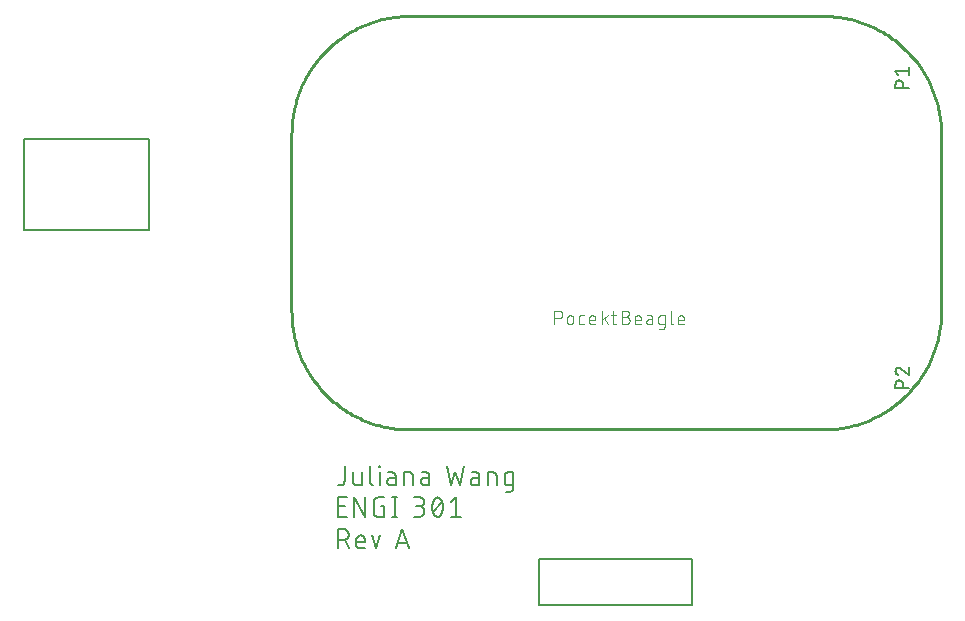
<source format=gbr>
G04 EAGLE Gerber RS-274X export*
G75*
%MOMM*%
%FSLAX34Y34*%
%LPD*%
%INSilkscreen Top*%
%IPPOS*%
%AMOC8*
5,1,8,0,0,1.08239X$1,22.5*%
G01*
%ADD10C,0.152400*%
%ADD11C,0.254000*%
%ADD12C,0.101600*%


D10*
X376181Y120358D02*
X376181Y107714D01*
X376180Y107714D02*
X376178Y107596D01*
X376172Y107478D01*
X376163Y107360D01*
X376149Y107243D01*
X376132Y107126D01*
X376111Y107009D01*
X376086Y106894D01*
X376057Y106779D01*
X376024Y106665D01*
X375988Y106553D01*
X375948Y106442D01*
X375905Y106332D01*
X375858Y106223D01*
X375808Y106116D01*
X375753Y106011D01*
X375696Y105908D01*
X375635Y105807D01*
X375571Y105707D01*
X375504Y105610D01*
X375434Y105515D01*
X375360Y105423D01*
X375284Y105332D01*
X375204Y105245D01*
X375122Y105160D01*
X375037Y105078D01*
X374950Y104998D01*
X374859Y104922D01*
X374767Y104848D01*
X374672Y104778D01*
X374575Y104711D01*
X374475Y104647D01*
X374374Y104586D01*
X374271Y104529D01*
X374166Y104474D01*
X374059Y104424D01*
X373950Y104377D01*
X373840Y104334D01*
X373729Y104294D01*
X373617Y104258D01*
X373503Y104225D01*
X373388Y104196D01*
X373273Y104171D01*
X373156Y104150D01*
X373039Y104133D01*
X372922Y104119D01*
X372804Y104110D01*
X372686Y104104D01*
X372568Y104102D01*
X370762Y104102D01*
X383630Y106811D02*
X383630Y114939D01*
X383630Y106811D02*
X383632Y106710D01*
X383638Y106609D01*
X383647Y106508D01*
X383660Y106407D01*
X383677Y106307D01*
X383698Y106208D01*
X383722Y106110D01*
X383750Y106013D01*
X383782Y105916D01*
X383817Y105821D01*
X383856Y105728D01*
X383898Y105636D01*
X383944Y105545D01*
X383993Y105457D01*
X384045Y105370D01*
X384101Y105285D01*
X384159Y105202D01*
X384221Y105122D01*
X384286Y105044D01*
X384353Y104968D01*
X384423Y104895D01*
X384496Y104825D01*
X384572Y104758D01*
X384650Y104693D01*
X384730Y104631D01*
X384813Y104573D01*
X384898Y104517D01*
X384985Y104465D01*
X385073Y104416D01*
X385164Y104370D01*
X385256Y104328D01*
X385349Y104289D01*
X385444Y104254D01*
X385541Y104222D01*
X385638Y104194D01*
X385736Y104170D01*
X385835Y104149D01*
X385935Y104132D01*
X386036Y104119D01*
X386137Y104110D01*
X386238Y104104D01*
X386339Y104102D01*
X390855Y104102D01*
X390855Y114939D01*
X397935Y120358D02*
X397935Y106811D01*
X397937Y106710D01*
X397943Y106609D01*
X397952Y106508D01*
X397965Y106407D01*
X397982Y106307D01*
X398003Y106208D01*
X398027Y106110D01*
X398055Y106013D01*
X398087Y105916D01*
X398122Y105821D01*
X398161Y105728D01*
X398203Y105636D01*
X398249Y105545D01*
X398298Y105457D01*
X398350Y105370D01*
X398406Y105285D01*
X398464Y105202D01*
X398526Y105122D01*
X398591Y105044D01*
X398658Y104968D01*
X398728Y104895D01*
X398801Y104825D01*
X398877Y104758D01*
X398955Y104693D01*
X399035Y104631D01*
X399118Y104573D01*
X399203Y104517D01*
X399290Y104465D01*
X399378Y104416D01*
X399469Y104370D01*
X399561Y104328D01*
X399654Y104289D01*
X399749Y104254D01*
X399846Y104222D01*
X399943Y104194D01*
X400041Y104170D01*
X400140Y104149D01*
X400240Y104132D01*
X400341Y104119D01*
X400442Y104110D01*
X400543Y104104D01*
X400644Y104102D01*
X406000Y104102D02*
X406000Y114939D01*
X405548Y119455D02*
X405548Y120358D01*
X406451Y120358D01*
X406451Y119455D01*
X405548Y119455D01*
X415375Y110424D02*
X419439Y110424D01*
X415375Y110424D02*
X415263Y110422D01*
X415152Y110416D01*
X415041Y110406D01*
X414930Y110393D01*
X414820Y110375D01*
X414711Y110353D01*
X414602Y110328D01*
X414494Y110299D01*
X414388Y110266D01*
X414282Y110229D01*
X414178Y110189D01*
X414076Y110145D01*
X413975Y110097D01*
X413876Y110046D01*
X413778Y109991D01*
X413683Y109933D01*
X413590Y109872D01*
X413499Y109807D01*
X413410Y109739D01*
X413324Y109668D01*
X413241Y109595D01*
X413160Y109518D01*
X413081Y109438D01*
X413006Y109356D01*
X412934Y109271D01*
X412864Y109184D01*
X412798Y109094D01*
X412735Y109002D01*
X412675Y108907D01*
X412619Y108811D01*
X412566Y108713D01*
X412517Y108613D01*
X412471Y108511D01*
X412429Y108408D01*
X412390Y108303D01*
X412355Y108197D01*
X412324Y108090D01*
X412297Y107982D01*
X412273Y107873D01*
X412254Y107763D01*
X412238Y107653D01*
X412226Y107542D01*
X412218Y107430D01*
X412214Y107319D01*
X412214Y107207D01*
X412218Y107096D01*
X412226Y106984D01*
X412238Y106873D01*
X412254Y106763D01*
X412273Y106653D01*
X412297Y106544D01*
X412324Y106436D01*
X412355Y106329D01*
X412390Y106223D01*
X412429Y106118D01*
X412471Y106015D01*
X412517Y105913D01*
X412566Y105813D01*
X412619Y105715D01*
X412675Y105619D01*
X412735Y105524D01*
X412798Y105432D01*
X412864Y105342D01*
X412934Y105255D01*
X413006Y105170D01*
X413081Y105088D01*
X413160Y105008D01*
X413241Y104931D01*
X413324Y104858D01*
X413410Y104787D01*
X413499Y104719D01*
X413590Y104654D01*
X413683Y104593D01*
X413778Y104535D01*
X413876Y104480D01*
X413975Y104429D01*
X414076Y104381D01*
X414178Y104337D01*
X414282Y104297D01*
X414388Y104260D01*
X414494Y104227D01*
X414602Y104198D01*
X414711Y104173D01*
X414820Y104151D01*
X414930Y104133D01*
X415041Y104120D01*
X415152Y104110D01*
X415263Y104104D01*
X415375Y104102D01*
X419439Y104102D01*
X419439Y112230D01*
X419438Y112230D02*
X419436Y112331D01*
X419430Y112432D01*
X419421Y112533D01*
X419408Y112634D01*
X419391Y112734D01*
X419370Y112833D01*
X419346Y112931D01*
X419318Y113028D01*
X419286Y113125D01*
X419251Y113220D01*
X419212Y113313D01*
X419170Y113405D01*
X419124Y113496D01*
X419075Y113585D01*
X419023Y113671D01*
X418967Y113756D01*
X418909Y113839D01*
X418847Y113919D01*
X418782Y113997D01*
X418715Y114073D01*
X418645Y114146D01*
X418572Y114216D01*
X418496Y114283D01*
X418418Y114348D01*
X418338Y114410D01*
X418255Y114468D01*
X418170Y114524D01*
X418084Y114576D01*
X417995Y114625D01*
X417904Y114671D01*
X417812Y114713D01*
X417719Y114752D01*
X417624Y114787D01*
X417527Y114819D01*
X417430Y114847D01*
X417332Y114871D01*
X417233Y114892D01*
X417133Y114909D01*
X417032Y114922D01*
X416931Y114931D01*
X416830Y114937D01*
X416729Y114939D01*
X413117Y114939D01*
X426876Y114939D02*
X426876Y104102D01*
X426876Y114939D02*
X431392Y114939D01*
X431496Y114937D01*
X431599Y114931D01*
X431703Y114921D01*
X431806Y114907D01*
X431908Y114889D01*
X432009Y114868D01*
X432110Y114842D01*
X432209Y114813D01*
X432308Y114780D01*
X432405Y114743D01*
X432500Y114702D01*
X432594Y114658D01*
X432686Y114610D01*
X432776Y114559D01*
X432865Y114504D01*
X432951Y114446D01*
X433034Y114384D01*
X433116Y114320D01*
X433194Y114252D01*
X433270Y114182D01*
X433344Y114109D01*
X433414Y114032D01*
X433482Y113954D01*
X433546Y113872D01*
X433608Y113789D01*
X433666Y113703D01*
X433721Y113614D01*
X433772Y113524D01*
X433820Y113432D01*
X433864Y113338D01*
X433905Y113243D01*
X433942Y113146D01*
X433975Y113047D01*
X434004Y112948D01*
X434030Y112847D01*
X434051Y112746D01*
X434069Y112644D01*
X434083Y112541D01*
X434093Y112437D01*
X434099Y112334D01*
X434101Y112230D01*
X434101Y104102D01*
X444032Y110424D02*
X448096Y110424D01*
X444032Y110424D02*
X443920Y110422D01*
X443809Y110416D01*
X443698Y110406D01*
X443587Y110393D01*
X443477Y110375D01*
X443368Y110353D01*
X443259Y110328D01*
X443151Y110299D01*
X443045Y110266D01*
X442939Y110229D01*
X442835Y110189D01*
X442733Y110145D01*
X442632Y110097D01*
X442533Y110046D01*
X442435Y109991D01*
X442340Y109933D01*
X442247Y109872D01*
X442156Y109807D01*
X442067Y109739D01*
X441981Y109668D01*
X441898Y109595D01*
X441817Y109518D01*
X441738Y109438D01*
X441663Y109356D01*
X441591Y109271D01*
X441521Y109184D01*
X441455Y109094D01*
X441392Y109002D01*
X441332Y108907D01*
X441276Y108811D01*
X441223Y108713D01*
X441174Y108613D01*
X441128Y108511D01*
X441086Y108408D01*
X441047Y108303D01*
X441012Y108197D01*
X440981Y108090D01*
X440954Y107982D01*
X440930Y107873D01*
X440911Y107763D01*
X440895Y107653D01*
X440883Y107542D01*
X440875Y107430D01*
X440871Y107319D01*
X440871Y107207D01*
X440875Y107096D01*
X440883Y106984D01*
X440895Y106873D01*
X440911Y106763D01*
X440930Y106653D01*
X440954Y106544D01*
X440981Y106436D01*
X441012Y106329D01*
X441047Y106223D01*
X441086Y106118D01*
X441128Y106015D01*
X441174Y105913D01*
X441223Y105813D01*
X441276Y105715D01*
X441332Y105619D01*
X441392Y105524D01*
X441455Y105432D01*
X441521Y105342D01*
X441591Y105255D01*
X441663Y105170D01*
X441738Y105088D01*
X441817Y105008D01*
X441898Y104931D01*
X441981Y104858D01*
X442067Y104787D01*
X442156Y104719D01*
X442247Y104654D01*
X442340Y104593D01*
X442435Y104535D01*
X442533Y104480D01*
X442632Y104429D01*
X442733Y104381D01*
X442835Y104337D01*
X442939Y104297D01*
X443045Y104260D01*
X443151Y104227D01*
X443259Y104198D01*
X443368Y104173D01*
X443477Y104151D01*
X443587Y104133D01*
X443698Y104120D01*
X443809Y104110D01*
X443920Y104104D01*
X444032Y104102D01*
X448096Y104102D01*
X448096Y112230D01*
X448095Y112230D02*
X448093Y112331D01*
X448087Y112432D01*
X448078Y112533D01*
X448065Y112634D01*
X448048Y112734D01*
X448027Y112833D01*
X448003Y112931D01*
X447975Y113028D01*
X447943Y113125D01*
X447908Y113220D01*
X447869Y113313D01*
X447827Y113405D01*
X447781Y113496D01*
X447732Y113585D01*
X447680Y113671D01*
X447624Y113756D01*
X447566Y113839D01*
X447504Y113919D01*
X447439Y113997D01*
X447372Y114073D01*
X447302Y114146D01*
X447229Y114216D01*
X447153Y114283D01*
X447075Y114348D01*
X446995Y114410D01*
X446912Y114468D01*
X446827Y114524D01*
X446741Y114576D01*
X446652Y114625D01*
X446561Y114671D01*
X446469Y114713D01*
X446376Y114752D01*
X446281Y114787D01*
X446184Y114819D01*
X446087Y114847D01*
X445989Y114871D01*
X445890Y114892D01*
X445790Y114909D01*
X445689Y114922D01*
X445588Y114931D01*
X445487Y114937D01*
X445386Y114939D01*
X441774Y114939D01*
X462863Y120358D02*
X466475Y104102D01*
X470088Y114939D01*
X473700Y104102D01*
X477313Y120358D01*
X486236Y110424D02*
X490300Y110424D01*
X486236Y110424D02*
X486124Y110422D01*
X486013Y110416D01*
X485902Y110406D01*
X485791Y110393D01*
X485681Y110375D01*
X485572Y110353D01*
X485463Y110328D01*
X485355Y110299D01*
X485249Y110266D01*
X485143Y110229D01*
X485039Y110189D01*
X484937Y110145D01*
X484836Y110097D01*
X484737Y110046D01*
X484639Y109991D01*
X484544Y109933D01*
X484451Y109872D01*
X484360Y109807D01*
X484271Y109739D01*
X484185Y109668D01*
X484102Y109595D01*
X484021Y109518D01*
X483942Y109438D01*
X483867Y109356D01*
X483795Y109271D01*
X483725Y109184D01*
X483659Y109094D01*
X483596Y109002D01*
X483536Y108907D01*
X483480Y108811D01*
X483427Y108713D01*
X483378Y108613D01*
X483332Y108511D01*
X483290Y108408D01*
X483251Y108303D01*
X483216Y108197D01*
X483185Y108090D01*
X483158Y107982D01*
X483134Y107873D01*
X483115Y107763D01*
X483099Y107653D01*
X483087Y107542D01*
X483079Y107430D01*
X483075Y107319D01*
X483075Y107207D01*
X483079Y107096D01*
X483087Y106984D01*
X483099Y106873D01*
X483115Y106763D01*
X483134Y106653D01*
X483158Y106544D01*
X483185Y106436D01*
X483216Y106329D01*
X483251Y106223D01*
X483290Y106118D01*
X483332Y106015D01*
X483378Y105913D01*
X483427Y105813D01*
X483480Y105715D01*
X483536Y105619D01*
X483596Y105524D01*
X483659Y105432D01*
X483725Y105342D01*
X483795Y105255D01*
X483867Y105170D01*
X483942Y105088D01*
X484021Y105008D01*
X484102Y104931D01*
X484185Y104858D01*
X484271Y104787D01*
X484360Y104719D01*
X484451Y104654D01*
X484544Y104593D01*
X484639Y104535D01*
X484737Y104480D01*
X484836Y104429D01*
X484937Y104381D01*
X485039Y104337D01*
X485143Y104297D01*
X485249Y104260D01*
X485355Y104227D01*
X485463Y104198D01*
X485572Y104173D01*
X485681Y104151D01*
X485791Y104133D01*
X485902Y104120D01*
X486013Y104110D01*
X486124Y104104D01*
X486236Y104102D01*
X490300Y104102D01*
X490300Y112230D01*
X490298Y112331D01*
X490292Y112432D01*
X490283Y112533D01*
X490270Y112634D01*
X490253Y112734D01*
X490232Y112833D01*
X490208Y112931D01*
X490180Y113028D01*
X490148Y113125D01*
X490113Y113220D01*
X490074Y113313D01*
X490032Y113405D01*
X489986Y113496D01*
X489937Y113585D01*
X489885Y113671D01*
X489829Y113756D01*
X489771Y113839D01*
X489709Y113919D01*
X489644Y113997D01*
X489577Y114073D01*
X489507Y114146D01*
X489434Y114216D01*
X489358Y114283D01*
X489280Y114348D01*
X489200Y114410D01*
X489117Y114468D01*
X489032Y114524D01*
X488946Y114576D01*
X488857Y114625D01*
X488766Y114671D01*
X488674Y114713D01*
X488581Y114752D01*
X488486Y114787D01*
X488389Y114819D01*
X488292Y114847D01*
X488194Y114871D01*
X488095Y114892D01*
X487995Y114909D01*
X487894Y114922D01*
X487793Y114931D01*
X487692Y114937D01*
X487591Y114939D01*
X483978Y114939D01*
X497738Y114939D02*
X497738Y104102D01*
X497738Y114939D02*
X502253Y114939D01*
X502357Y114937D01*
X502460Y114931D01*
X502564Y114921D01*
X502667Y114907D01*
X502769Y114889D01*
X502870Y114868D01*
X502971Y114842D01*
X503070Y114813D01*
X503169Y114780D01*
X503266Y114743D01*
X503361Y114702D01*
X503455Y114658D01*
X503547Y114610D01*
X503637Y114559D01*
X503726Y114504D01*
X503812Y114446D01*
X503895Y114384D01*
X503977Y114320D01*
X504055Y114252D01*
X504131Y114182D01*
X504205Y114109D01*
X504275Y114032D01*
X504343Y113954D01*
X504407Y113872D01*
X504469Y113789D01*
X504527Y113703D01*
X504582Y113614D01*
X504633Y113524D01*
X504681Y113432D01*
X504725Y113338D01*
X504766Y113243D01*
X504803Y113146D01*
X504836Y113047D01*
X504865Y112948D01*
X504891Y112847D01*
X504912Y112746D01*
X504930Y112644D01*
X504944Y112541D01*
X504954Y112437D01*
X504960Y112334D01*
X504962Y112230D01*
X504963Y112230D02*
X504963Y104102D01*
X514442Y104102D02*
X518957Y104102D01*
X514442Y104102D02*
X514341Y104104D01*
X514240Y104110D01*
X514139Y104119D01*
X514038Y104132D01*
X513938Y104149D01*
X513839Y104170D01*
X513741Y104194D01*
X513644Y104222D01*
X513547Y104254D01*
X513452Y104289D01*
X513359Y104328D01*
X513267Y104370D01*
X513176Y104416D01*
X513088Y104465D01*
X513001Y104517D01*
X512916Y104573D01*
X512833Y104631D01*
X512753Y104693D01*
X512675Y104758D01*
X512599Y104825D01*
X512526Y104895D01*
X512456Y104968D01*
X512389Y105044D01*
X512324Y105122D01*
X512262Y105202D01*
X512204Y105285D01*
X512148Y105370D01*
X512096Y105457D01*
X512047Y105545D01*
X512001Y105636D01*
X511959Y105728D01*
X511920Y105821D01*
X511885Y105916D01*
X511853Y106013D01*
X511825Y106110D01*
X511801Y106208D01*
X511780Y106307D01*
X511763Y106407D01*
X511750Y106508D01*
X511741Y106609D01*
X511735Y106710D01*
X511733Y106811D01*
X511732Y106811D02*
X511732Y112230D01*
X511733Y112230D02*
X511735Y112331D01*
X511741Y112432D01*
X511750Y112533D01*
X511763Y112634D01*
X511780Y112734D01*
X511801Y112833D01*
X511825Y112931D01*
X511853Y113028D01*
X511885Y113125D01*
X511920Y113220D01*
X511959Y113313D01*
X512001Y113405D01*
X512047Y113496D01*
X512096Y113585D01*
X512148Y113671D01*
X512204Y113756D01*
X512262Y113839D01*
X512324Y113919D01*
X512389Y113997D01*
X512456Y114073D01*
X512526Y114146D01*
X512599Y114216D01*
X512675Y114283D01*
X512753Y114348D01*
X512833Y114410D01*
X512916Y114468D01*
X513001Y114524D01*
X513088Y114576D01*
X513176Y114625D01*
X513267Y114671D01*
X513359Y114713D01*
X513452Y114752D01*
X513547Y114787D01*
X513644Y114819D01*
X513741Y114847D01*
X513839Y114871D01*
X513938Y114892D01*
X514038Y114909D01*
X514139Y114922D01*
X514240Y114931D01*
X514341Y114937D01*
X514442Y114939D01*
X518957Y114939D01*
X518957Y101393D01*
X518955Y101289D01*
X518949Y101186D01*
X518939Y101082D01*
X518925Y100979D01*
X518907Y100877D01*
X518886Y100776D01*
X518860Y100675D01*
X518831Y100576D01*
X518798Y100477D01*
X518761Y100380D01*
X518720Y100285D01*
X518676Y100191D01*
X518628Y100099D01*
X518577Y100009D01*
X518522Y99920D01*
X518464Y99834D01*
X518402Y99751D01*
X518338Y99669D01*
X518270Y99591D01*
X518200Y99515D01*
X518127Y99441D01*
X518050Y99371D01*
X517972Y99303D01*
X517890Y99239D01*
X517807Y99177D01*
X517721Y99119D01*
X517632Y99064D01*
X517542Y99013D01*
X517450Y98965D01*
X517356Y98921D01*
X517261Y98880D01*
X517164Y98843D01*
X517065Y98810D01*
X516966Y98781D01*
X516865Y98755D01*
X516764Y98734D01*
X516662Y98716D01*
X516559Y98702D01*
X516455Y98692D01*
X516352Y98686D01*
X516248Y98684D01*
X516248Y98683D02*
X512636Y98683D01*
X377987Y77432D02*
X370762Y77432D01*
X370762Y93688D01*
X377987Y93688D01*
X376181Y86463D02*
X370762Y86463D01*
X384279Y93688D02*
X384279Y77432D01*
X393310Y77432D02*
X384279Y93688D01*
X393310Y93688D02*
X393310Y77432D01*
X407274Y86463D02*
X409984Y86463D01*
X409984Y77432D01*
X404565Y77432D01*
X404447Y77434D01*
X404329Y77440D01*
X404211Y77449D01*
X404094Y77463D01*
X403977Y77480D01*
X403860Y77501D01*
X403745Y77526D01*
X403630Y77555D01*
X403516Y77588D01*
X403404Y77624D01*
X403293Y77664D01*
X403183Y77707D01*
X403074Y77754D01*
X402967Y77804D01*
X402862Y77859D01*
X402759Y77916D01*
X402658Y77977D01*
X402558Y78041D01*
X402461Y78108D01*
X402366Y78178D01*
X402274Y78252D01*
X402183Y78328D01*
X402096Y78408D01*
X402011Y78490D01*
X401929Y78575D01*
X401849Y78662D01*
X401773Y78753D01*
X401699Y78845D01*
X401629Y78940D01*
X401562Y79037D01*
X401498Y79137D01*
X401437Y79238D01*
X401380Y79341D01*
X401325Y79446D01*
X401275Y79553D01*
X401228Y79662D01*
X401185Y79772D01*
X401145Y79883D01*
X401109Y79995D01*
X401076Y80109D01*
X401047Y80224D01*
X401022Y80339D01*
X401001Y80456D01*
X400984Y80573D01*
X400970Y80690D01*
X400961Y80808D01*
X400955Y80926D01*
X400953Y81044D01*
X400953Y90076D01*
X400955Y90194D01*
X400961Y90312D01*
X400970Y90430D01*
X400984Y90547D01*
X401001Y90664D01*
X401022Y90781D01*
X401047Y90896D01*
X401076Y91011D01*
X401109Y91125D01*
X401145Y91237D01*
X401185Y91348D01*
X401228Y91458D01*
X401275Y91567D01*
X401325Y91674D01*
X401379Y91779D01*
X401437Y91882D01*
X401498Y91983D01*
X401562Y92083D01*
X401629Y92180D01*
X401699Y92275D01*
X401773Y92367D01*
X401849Y92458D01*
X401929Y92545D01*
X402011Y92630D01*
X402096Y92712D01*
X402183Y92792D01*
X402274Y92868D01*
X402366Y92942D01*
X402461Y93012D01*
X402558Y93079D01*
X402658Y93143D01*
X402759Y93204D01*
X402862Y93261D01*
X402967Y93315D01*
X403074Y93366D01*
X403183Y93413D01*
X403293Y93456D01*
X403404Y93496D01*
X403516Y93532D01*
X403630Y93565D01*
X403745Y93594D01*
X403860Y93619D01*
X403977Y93640D01*
X404094Y93657D01*
X404211Y93671D01*
X404329Y93680D01*
X404447Y93686D01*
X404565Y93688D01*
X409984Y93688D01*
X418494Y93688D02*
X418494Y77432D01*
X416688Y77432D02*
X420300Y77432D01*
X420300Y93688D02*
X416688Y93688D01*
X434820Y77432D02*
X439336Y77432D01*
X439469Y77434D01*
X439601Y77440D01*
X439733Y77450D01*
X439865Y77463D01*
X439997Y77481D01*
X440127Y77502D01*
X440258Y77527D01*
X440387Y77556D01*
X440515Y77589D01*
X440643Y77625D01*
X440769Y77665D01*
X440894Y77709D01*
X441018Y77757D01*
X441140Y77808D01*
X441261Y77863D01*
X441380Y77921D01*
X441498Y77983D01*
X441613Y78048D01*
X441727Y78117D01*
X441838Y78188D01*
X441947Y78264D01*
X442054Y78342D01*
X442159Y78423D01*
X442261Y78508D01*
X442361Y78595D01*
X442458Y78685D01*
X442553Y78778D01*
X442644Y78874D01*
X442733Y78972D01*
X442819Y79073D01*
X442902Y79177D01*
X442982Y79283D01*
X443058Y79391D01*
X443132Y79501D01*
X443202Y79614D01*
X443269Y79728D01*
X443332Y79845D01*
X443392Y79963D01*
X443449Y80083D01*
X443502Y80205D01*
X443551Y80328D01*
X443597Y80452D01*
X443639Y80578D01*
X443677Y80705D01*
X443712Y80833D01*
X443743Y80962D01*
X443770Y81091D01*
X443793Y81222D01*
X443813Y81353D01*
X443828Y81485D01*
X443840Y81617D01*
X443848Y81749D01*
X443852Y81882D01*
X443852Y82014D01*
X443848Y82147D01*
X443840Y82279D01*
X443828Y82411D01*
X443813Y82543D01*
X443793Y82674D01*
X443770Y82805D01*
X443743Y82934D01*
X443712Y83063D01*
X443677Y83191D01*
X443639Y83318D01*
X443597Y83444D01*
X443551Y83568D01*
X443502Y83691D01*
X443449Y83813D01*
X443392Y83933D01*
X443332Y84051D01*
X443269Y84168D01*
X443202Y84282D01*
X443132Y84395D01*
X443058Y84505D01*
X442982Y84613D01*
X442902Y84719D01*
X442819Y84823D01*
X442733Y84924D01*
X442644Y85022D01*
X442553Y85118D01*
X442458Y85211D01*
X442361Y85301D01*
X442261Y85388D01*
X442159Y85473D01*
X442054Y85554D01*
X441947Y85632D01*
X441838Y85708D01*
X441727Y85779D01*
X441613Y85848D01*
X441498Y85913D01*
X441380Y85975D01*
X441261Y86033D01*
X441140Y86088D01*
X441018Y86139D01*
X440894Y86187D01*
X440769Y86231D01*
X440643Y86271D01*
X440515Y86307D01*
X440387Y86340D01*
X440258Y86369D01*
X440127Y86394D01*
X439997Y86415D01*
X439865Y86433D01*
X439733Y86446D01*
X439601Y86456D01*
X439469Y86462D01*
X439336Y86464D01*
X440239Y93688D02*
X434820Y93688D01*
X440239Y93688D02*
X440358Y93686D01*
X440478Y93680D01*
X440597Y93670D01*
X440715Y93656D01*
X440834Y93639D01*
X440951Y93617D01*
X441068Y93592D01*
X441183Y93562D01*
X441298Y93529D01*
X441412Y93492D01*
X441524Y93452D01*
X441635Y93407D01*
X441744Y93359D01*
X441852Y93308D01*
X441958Y93253D01*
X442062Y93194D01*
X442164Y93132D01*
X442264Y93067D01*
X442362Y92998D01*
X442458Y92926D01*
X442551Y92851D01*
X442641Y92774D01*
X442729Y92693D01*
X442814Y92609D01*
X442896Y92522D01*
X442976Y92433D01*
X443052Y92341D01*
X443126Y92247D01*
X443196Y92150D01*
X443263Y92052D01*
X443327Y91951D01*
X443387Y91847D01*
X443444Y91742D01*
X443497Y91635D01*
X443547Y91527D01*
X443593Y91417D01*
X443635Y91305D01*
X443674Y91192D01*
X443709Y91078D01*
X443740Y90963D01*
X443768Y90846D01*
X443791Y90729D01*
X443811Y90612D01*
X443827Y90493D01*
X443839Y90374D01*
X443847Y90255D01*
X443851Y90136D01*
X443851Y90016D01*
X443847Y89897D01*
X443839Y89778D01*
X443827Y89659D01*
X443811Y89540D01*
X443791Y89423D01*
X443768Y89306D01*
X443740Y89189D01*
X443709Y89074D01*
X443674Y88960D01*
X443635Y88847D01*
X443593Y88735D01*
X443547Y88625D01*
X443497Y88517D01*
X443444Y88410D01*
X443387Y88305D01*
X443327Y88201D01*
X443263Y88100D01*
X443196Y88002D01*
X443126Y87905D01*
X443052Y87811D01*
X442976Y87719D01*
X442896Y87630D01*
X442814Y87543D01*
X442729Y87459D01*
X442641Y87378D01*
X442551Y87301D01*
X442458Y87226D01*
X442362Y87154D01*
X442264Y87085D01*
X442164Y87020D01*
X442062Y86958D01*
X441958Y86899D01*
X441852Y86844D01*
X441744Y86793D01*
X441635Y86745D01*
X441524Y86700D01*
X441412Y86660D01*
X441298Y86623D01*
X441183Y86590D01*
X441068Y86560D01*
X440951Y86535D01*
X440834Y86513D01*
X440715Y86496D01*
X440597Y86482D01*
X440478Y86472D01*
X440358Y86466D01*
X440239Y86464D01*
X440239Y86463D02*
X436626Y86463D01*
X450452Y85560D02*
X450456Y85880D01*
X450467Y86199D01*
X450486Y86519D01*
X450513Y86837D01*
X450547Y87155D01*
X450589Y87472D01*
X450639Y87788D01*
X450696Y88103D01*
X450760Y88416D01*
X450832Y88728D01*
X450911Y89038D01*
X450998Y89345D01*
X451092Y89651D01*
X451193Y89954D01*
X451302Y90255D01*
X451417Y90553D01*
X451540Y90849D01*
X451670Y91141D01*
X451807Y91430D01*
X451806Y91431D02*
X451845Y91539D01*
X451888Y91646D01*
X451934Y91751D01*
X451985Y91855D01*
X452038Y91957D01*
X452095Y92057D01*
X452156Y92155D01*
X452220Y92250D01*
X452287Y92344D01*
X452358Y92435D01*
X452431Y92524D01*
X452508Y92610D01*
X452587Y92693D01*
X452669Y92774D01*
X452754Y92852D01*
X452842Y92926D01*
X452932Y92998D01*
X453024Y93066D01*
X453119Y93132D01*
X453216Y93194D01*
X453315Y93252D01*
X453417Y93308D01*
X453519Y93359D01*
X453624Y93407D01*
X453730Y93452D01*
X453838Y93493D01*
X453947Y93530D01*
X454057Y93563D01*
X454169Y93592D01*
X454281Y93618D01*
X454394Y93640D01*
X454508Y93657D01*
X454622Y93671D01*
X454737Y93681D01*
X454852Y93687D01*
X454967Y93689D01*
X454967Y93688D02*
X455082Y93686D01*
X455197Y93680D01*
X455312Y93670D01*
X455426Y93656D01*
X455540Y93639D01*
X455653Y93617D01*
X455765Y93591D01*
X455877Y93562D01*
X455987Y93529D01*
X456096Y93492D01*
X456204Y93451D01*
X456310Y93406D01*
X456415Y93358D01*
X456517Y93307D01*
X456618Y93251D01*
X456718Y93193D01*
X456815Y93131D01*
X456909Y93066D01*
X457002Y92997D01*
X457092Y92925D01*
X457180Y92851D01*
X457265Y92773D01*
X457347Y92692D01*
X457426Y92609D01*
X457503Y92523D01*
X457576Y92434D01*
X457647Y92343D01*
X457714Y92249D01*
X457778Y92154D01*
X457839Y92056D01*
X457896Y91956D01*
X457949Y91854D01*
X458000Y91750D01*
X458046Y91645D01*
X458089Y91538D01*
X458128Y91430D01*
X458127Y91430D02*
X458264Y91141D01*
X458394Y90849D01*
X458517Y90553D01*
X458632Y90255D01*
X458741Y89954D01*
X458842Y89651D01*
X458936Y89345D01*
X459023Y89038D01*
X459102Y88728D01*
X459174Y88416D01*
X459238Y88103D01*
X459295Y87788D01*
X459345Y87472D01*
X459387Y87155D01*
X459421Y86837D01*
X459448Y86519D01*
X459467Y86199D01*
X459478Y85880D01*
X459482Y85560D01*
X450452Y85560D02*
X450456Y85240D01*
X450467Y84921D01*
X450486Y84601D01*
X450513Y84283D01*
X450547Y83965D01*
X450589Y83648D01*
X450639Y83332D01*
X450696Y83017D01*
X450760Y82704D01*
X450832Y82392D01*
X450911Y82082D01*
X450998Y81775D01*
X451092Y81469D01*
X451193Y81166D01*
X451302Y80865D01*
X451417Y80567D01*
X451540Y80271D01*
X451670Y79979D01*
X451807Y79690D01*
X451806Y79690D02*
X451845Y79582D01*
X451888Y79475D01*
X451934Y79370D01*
X451985Y79266D01*
X452038Y79164D01*
X452095Y79064D01*
X452156Y78966D01*
X452220Y78871D01*
X452287Y78777D01*
X452358Y78686D01*
X452431Y78597D01*
X452508Y78511D01*
X452587Y78428D01*
X452669Y78347D01*
X452754Y78269D01*
X452842Y78195D01*
X452932Y78123D01*
X453025Y78054D01*
X453119Y77989D01*
X453216Y77927D01*
X453316Y77869D01*
X453417Y77813D01*
X453519Y77762D01*
X453624Y77714D01*
X453730Y77669D01*
X453838Y77628D01*
X453947Y77591D01*
X454057Y77558D01*
X454169Y77529D01*
X454281Y77503D01*
X454394Y77481D01*
X454508Y77464D01*
X454622Y77450D01*
X454737Y77440D01*
X454852Y77434D01*
X454967Y77432D01*
X458127Y79690D02*
X458264Y79979D01*
X458394Y80271D01*
X458517Y80567D01*
X458632Y80865D01*
X458741Y81166D01*
X458842Y81469D01*
X458936Y81775D01*
X459023Y82082D01*
X459102Y82392D01*
X459174Y82704D01*
X459238Y83017D01*
X459295Y83332D01*
X459345Y83648D01*
X459387Y83965D01*
X459421Y84283D01*
X459448Y84601D01*
X459467Y84921D01*
X459478Y85240D01*
X459482Y85560D01*
X458128Y79690D02*
X458089Y79582D01*
X458046Y79475D01*
X458000Y79370D01*
X457949Y79266D01*
X457896Y79164D01*
X457839Y79064D01*
X457778Y78966D01*
X457714Y78871D01*
X457647Y78777D01*
X457576Y78686D01*
X457503Y78597D01*
X457426Y78511D01*
X457347Y78428D01*
X457265Y78347D01*
X457180Y78269D01*
X457092Y78195D01*
X457002Y78123D01*
X456909Y78054D01*
X456815Y77989D01*
X456718Y77927D01*
X456618Y77869D01*
X456517Y77813D01*
X456414Y77762D01*
X456310Y77714D01*
X456204Y77669D01*
X456096Y77628D01*
X455987Y77591D01*
X455877Y77558D01*
X455765Y77529D01*
X455653Y77503D01*
X455540Y77481D01*
X455426Y77464D01*
X455312Y77450D01*
X455197Y77440D01*
X455082Y77434D01*
X454967Y77432D01*
X451355Y81044D02*
X458579Y90076D01*
X466083Y90076D02*
X470598Y93688D01*
X470598Y77432D01*
X466083Y77432D02*
X475114Y77432D01*
X370762Y67018D02*
X370762Y50762D01*
X370762Y67018D02*
X375278Y67018D01*
X375411Y67016D01*
X375543Y67010D01*
X375675Y67000D01*
X375807Y66987D01*
X375939Y66969D01*
X376069Y66948D01*
X376200Y66923D01*
X376329Y66894D01*
X376457Y66861D01*
X376585Y66825D01*
X376711Y66785D01*
X376836Y66741D01*
X376960Y66693D01*
X377082Y66642D01*
X377203Y66587D01*
X377322Y66529D01*
X377440Y66467D01*
X377555Y66402D01*
X377669Y66333D01*
X377780Y66262D01*
X377889Y66186D01*
X377996Y66108D01*
X378101Y66027D01*
X378203Y65942D01*
X378303Y65855D01*
X378400Y65765D01*
X378495Y65672D01*
X378586Y65576D01*
X378675Y65478D01*
X378761Y65377D01*
X378844Y65273D01*
X378924Y65167D01*
X379000Y65059D01*
X379074Y64949D01*
X379144Y64836D01*
X379211Y64722D01*
X379274Y64605D01*
X379334Y64487D01*
X379391Y64367D01*
X379444Y64245D01*
X379493Y64122D01*
X379539Y63998D01*
X379581Y63872D01*
X379619Y63745D01*
X379654Y63617D01*
X379685Y63488D01*
X379712Y63359D01*
X379735Y63228D01*
X379755Y63097D01*
X379770Y62965D01*
X379782Y62833D01*
X379790Y62701D01*
X379794Y62568D01*
X379794Y62436D01*
X379790Y62303D01*
X379782Y62171D01*
X379770Y62039D01*
X379755Y61907D01*
X379735Y61776D01*
X379712Y61645D01*
X379685Y61516D01*
X379654Y61387D01*
X379619Y61259D01*
X379581Y61132D01*
X379539Y61006D01*
X379493Y60882D01*
X379444Y60759D01*
X379391Y60637D01*
X379334Y60517D01*
X379274Y60399D01*
X379211Y60282D01*
X379144Y60168D01*
X379074Y60055D01*
X379000Y59945D01*
X378924Y59837D01*
X378844Y59731D01*
X378761Y59627D01*
X378675Y59526D01*
X378586Y59428D01*
X378495Y59332D01*
X378400Y59239D01*
X378303Y59149D01*
X378203Y59062D01*
X378101Y58977D01*
X377996Y58896D01*
X377889Y58818D01*
X377780Y58742D01*
X377669Y58671D01*
X377555Y58602D01*
X377440Y58537D01*
X377322Y58475D01*
X377203Y58417D01*
X377082Y58362D01*
X376960Y58311D01*
X376836Y58263D01*
X376711Y58219D01*
X376585Y58179D01*
X376457Y58143D01*
X376329Y58110D01*
X376200Y58081D01*
X376069Y58056D01*
X375939Y58035D01*
X375807Y58017D01*
X375675Y58004D01*
X375543Y57994D01*
X375411Y57988D01*
X375278Y57986D01*
X375278Y57987D02*
X370762Y57987D01*
X376181Y57987D02*
X379793Y50762D01*
X388872Y50762D02*
X393388Y50762D01*
X388872Y50762D02*
X388771Y50764D01*
X388670Y50770D01*
X388569Y50779D01*
X388468Y50792D01*
X388368Y50809D01*
X388269Y50830D01*
X388171Y50854D01*
X388074Y50882D01*
X387977Y50914D01*
X387882Y50949D01*
X387789Y50988D01*
X387697Y51030D01*
X387606Y51076D01*
X387518Y51125D01*
X387431Y51177D01*
X387346Y51233D01*
X387263Y51291D01*
X387183Y51353D01*
X387105Y51418D01*
X387029Y51485D01*
X386956Y51555D01*
X386886Y51628D01*
X386819Y51704D01*
X386754Y51782D01*
X386692Y51862D01*
X386634Y51945D01*
X386578Y52030D01*
X386526Y52116D01*
X386477Y52205D01*
X386431Y52296D01*
X386389Y52388D01*
X386350Y52481D01*
X386315Y52576D01*
X386283Y52673D01*
X386255Y52770D01*
X386231Y52868D01*
X386210Y52967D01*
X386193Y53067D01*
X386180Y53168D01*
X386171Y53269D01*
X386165Y53370D01*
X386163Y53471D01*
X386163Y57987D01*
X386165Y58106D01*
X386171Y58226D01*
X386181Y58345D01*
X386195Y58463D01*
X386212Y58582D01*
X386234Y58699D01*
X386259Y58816D01*
X386289Y58931D01*
X386322Y59046D01*
X386359Y59160D01*
X386399Y59272D01*
X386444Y59383D01*
X386492Y59492D01*
X386543Y59600D01*
X386598Y59706D01*
X386657Y59810D01*
X386719Y59912D01*
X386784Y60012D01*
X386853Y60110D01*
X386925Y60206D01*
X387000Y60299D01*
X387077Y60389D01*
X387158Y60477D01*
X387242Y60562D01*
X387329Y60644D01*
X387418Y60724D01*
X387510Y60800D01*
X387604Y60874D01*
X387701Y60944D01*
X387799Y61011D01*
X387900Y61075D01*
X388004Y61135D01*
X388109Y61192D01*
X388216Y61245D01*
X388324Y61295D01*
X388434Y61341D01*
X388546Y61383D01*
X388659Y61422D01*
X388773Y61457D01*
X388888Y61488D01*
X389005Y61516D01*
X389122Y61539D01*
X389239Y61559D01*
X389358Y61575D01*
X389477Y61587D01*
X389596Y61595D01*
X389715Y61599D01*
X389835Y61599D01*
X389954Y61595D01*
X390073Y61587D01*
X390192Y61575D01*
X390311Y61559D01*
X390428Y61539D01*
X390545Y61516D01*
X390662Y61488D01*
X390777Y61457D01*
X390891Y61422D01*
X391004Y61383D01*
X391116Y61341D01*
X391226Y61295D01*
X391334Y61245D01*
X391441Y61192D01*
X391546Y61135D01*
X391650Y61075D01*
X391751Y61011D01*
X391849Y60944D01*
X391946Y60874D01*
X392040Y60800D01*
X392132Y60724D01*
X392221Y60644D01*
X392308Y60562D01*
X392392Y60477D01*
X392473Y60389D01*
X392550Y60299D01*
X392625Y60206D01*
X392697Y60110D01*
X392766Y60012D01*
X392831Y59912D01*
X392893Y59810D01*
X392952Y59706D01*
X393007Y59600D01*
X393058Y59492D01*
X393106Y59383D01*
X393151Y59272D01*
X393191Y59160D01*
X393228Y59046D01*
X393261Y58931D01*
X393291Y58816D01*
X393316Y58699D01*
X393338Y58582D01*
X393355Y58463D01*
X393369Y58345D01*
X393379Y58226D01*
X393385Y58106D01*
X393387Y57987D01*
X393388Y57987D02*
X393388Y56181D01*
X386163Y56181D01*
X399189Y61599D02*
X402801Y50762D01*
X406414Y61599D01*
X419787Y50762D02*
X425206Y67018D01*
X430625Y50762D01*
X429270Y54826D02*
X421142Y54826D01*
D11*
X431270Y151270D02*
X781270Y151270D01*
X783686Y151299D01*
X786101Y151387D01*
X788513Y151533D01*
X790921Y151737D01*
X793324Y151999D01*
X795719Y152319D01*
X798106Y152697D01*
X800483Y153133D01*
X802848Y153626D01*
X805202Y154176D01*
X807541Y154782D01*
X809865Y155445D01*
X812172Y156164D01*
X814461Y156939D01*
X816730Y157768D01*
X818979Y158653D01*
X821206Y159591D01*
X823410Y160583D01*
X825589Y161627D01*
X827742Y162724D01*
X829868Y163873D01*
X831966Y165073D01*
X834034Y166323D01*
X836071Y167623D01*
X838076Y168972D01*
X840049Y170368D01*
X841986Y171812D01*
X843889Y173303D01*
X845754Y174838D01*
X847582Y176419D01*
X849372Y178043D01*
X851121Y179710D01*
X852830Y181419D01*
X854497Y183168D01*
X856121Y184958D01*
X857702Y186786D01*
X859237Y188651D01*
X860728Y190554D01*
X862172Y192491D01*
X863568Y194464D01*
X864917Y196469D01*
X866217Y198506D01*
X867467Y200574D01*
X868667Y202672D01*
X869816Y204798D01*
X870913Y206951D01*
X871957Y209130D01*
X872949Y211334D01*
X873887Y213561D01*
X874772Y215810D01*
X875601Y218079D01*
X876376Y220368D01*
X877095Y222675D01*
X877758Y224999D01*
X878364Y227338D01*
X878914Y229692D01*
X879407Y232057D01*
X879843Y234434D01*
X880221Y236821D01*
X880541Y239216D01*
X880803Y241619D01*
X881007Y244027D01*
X881153Y246439D01*
X881241Y248854D01*
X881270Y251270D01*
X881270Y401270D01*
X881241Y403686D01*
X881153Y406101D01*
X881007Y408513D01*
X880803Y410921D01*
X880541Y413324D01*
X880221Y415719D01*
X879843Y418106D01*
X879407Y420483D01*
X878914Y422848D01*
X878364Y425202D01*
X877758Y427541D01*
X877095Y429865D01*
X876376Y432172D01*
X875601Y434461D01*
X874772Y436730D01*
X873887Y438979D01*
X872949Y441206D01*
X871957Y443410D01*
X870913Y445589D01*
X869816Y447742D01*
X868667Y449868D01*
X867467Y451966D01*
X866217Y454034D01*
X864917Y456071D01*
X863568Y458076D01*
X862172Y460049D01*
X860728Y461986D01*
X859237Y463889D01*
X857702Y465754D01*
X856121Y467582D01*
X854497Y469372D01*
X852830Y471121D01*
X851121Y472830D01*
X849372Y474497D01*
X847582Y476121D01*
X845754Y477702D01*
X843889Y479237D01*
X841986Y480728D01*
X840049Y482172D01*
X838076Y483568D01*
X836071Y484917D01*
X834034Y486217D01*
X831966Y487467D01*
X829868Y488667D01*
X827742Y489816D01*
X825589Y490913D01*
X823410Y491957D01*
X821206Y492949D01*
X818979Y493887D01*
X816730Y494772D01*
X814461Y495601D01*
X812172Y496376D01*
X809865Y497095D01*
X807541Y497758D01*
X805202Y498364D01*
X802848Y498914D01*
X800483Y499407D01*
X798106Y499843D01*
X795719Y500221D01*
X793324Y500541D01*
X790921Y500803D01*
X788513Y501007D01*
X786101Y501153D01*
X783686Y501241D01*
X781270Y501270D01*
X431270Y501270D01*
X428854Y501241D01*
X426439Y501153D01*
X424027Y501007D01*
X421619Y500803D01*
X419216Y500541D01*
X416821Y500221D01*
X414434Y499843D01*
X412057Y499407D01*
X409692Y498914D01*
X407338Y498364D01*
X404999Y497758D01*
X402675Y497095D01*
X400368Y496376D01*
X398079Y495601D01*
X395810Y494772D01*
X393561Y493887D01*
X391334Y492949D01*
X389130Y491957D01*
X386951Y490913D01*
X384798Y489816D01*
X382672Y488667D01*
X380574Y487467D01*
X378506Y486217D01*
X376469Y484917D01*
X374464Y483568D01*
X372491Y482172D01*
X370554Y480728D01*
X368651Y479237D01*
X366786Y477702D01*
X364958Y476121D01*
X363168Y474497D01*
X361419Y472830D01*
X359710Y471121D01*
X358043Y469372D01*
X356419Y467582D01*
X354838Y465754D01*
X353303Y463889D01*
X351812Y461986D01*
X350368Y460049D01*
X348972Y458076D01*
X347623Y456071D01*
X346323Y454034D01*
X345073Y451966D01*
X343873Y449868D01*
X342724Y447742D01*
X341627Y445589D01*
X340583Y443410D01*
X339591Y441206D01*
X338653Y438979D01*
X337768Y436730D01*
X336939Y434461D01*
X336164Y432172D01*
X335445Y429865D01*
X334782Y427541D01*
X334176Y425202D01*
X333626Y422848D01*
X333133Y420483D01*
X332697Y418106D01*
X332319Y415719D01*
X331999Y413324D01*
X331737Y410921D01*
X331533Y408513D01*
X331387Y406101D01*
X331299Y403686D01*
X331270Y401270D01*
X331270Y251270D01*
X331299Y248854D01*
X331387Y246439D01*
X331533Y244027D01*
X331737Y241619D01*
X331999Y239216D01*
X332319Y236821D01*
X332697Y234434D01*
X333133Y232057D01*
X333626Y229692D01*
X334176Y227338D01*
X334782Y224999D01*
X335445Y222675D01*
X336164Y220368D01*
X336939Y218079D01*
X337768Y215810D01*
X338653Y213561D01*
X339591Y211334D01*
X340583Y209130D01*
X341627Y206951D01*
X342724Y204798D01*
X343873Y202672D01*
X345073Y200574D01*
X346323Y198506D01*
X347623Y196469D01*
X348972Y194464D01*
X350368Y192491D01*
X351812Y190554D01*
X353303Y188651D01*
X354838Y186786D01*
X356419Y184958D01*
X358043Y183168D01*
X359710Y181419D01*
X361419Y179710D01*
X363168Y178043D01*
X364958Y176419D01*
X366786Y174838D01*
X368651Y173303D01*
X370554Y171812D01*
X372491Y170368D01*
X374464Y168972D01*
X376469Y167623D01*
X378506Y166323D01*
X380574Y165073D01*
X382672Y163873D01*
X384798Y162724D01*
X386951Y161627D01*
X389130Y160583D01*
X391334Y159591D01*
X393561Y158653D01*
X395810Y157768D01*
X398079Y156939D01*
X400368Y156164D01*
X402675Y155445D01*
X404999Y154782D01*
X407338Y154176D01*
X409692Y153626D01*
X412057Y153133D01*
X414434Y152697D01*
X416821Y152319D01*
X419216Y151999D01*
X421619Y151737D01*
X424027Y151533D01*
X426439Y151387D01*
X428854Y151299D01*
X431270Y151270D01*
D10*
X842662Y440677D02*
X853838Y440677D01*
X842662Y440677D02*
X842662Y443781D01*
X842664Y443892D01*
X842670Y444002D01*
X842680Y444113D01*
X842694Y444223D01*
X842711Y444332D01*
X842733Y444441D01*
X842758Y444549D01*
X842788Y444655D01*
X842821Y444761D01*
X842858Y444866D01*
X842898Y444969D01*
X842943Y445070D01*
X842990Y445170D01*
X843042Y445269D01*
X843097Y445365D01*
X843155Y445459D01*
X843216Y445551D01*
X843281Y445641D01*
X843349Y445729D01*
X843420Y445814D01*
X843494Y445896D01*
X843571Y445976D01*
X843651Y446053D01*
X843733Y446127D01*
X843818Y446198D01*
X843906Y446266D01*
X843996Y446331D01*
X844088Y446392D01*
X844182Y446450D01*
X844278Y446505D01*
X844377Y446557D01*
X844477Y446604D01*
X844578Y446649D01*
X844681Y446689D01*
X844786Y446726D01*
X844892Y446759D01*
X844998Y446789D01*
X845106Y446814D01*
X845215Y446836D01*
X845324Y446853D01*
X845434Y446867D01*
X845545Y446877D01*
X845655Y446883D01*
X845766Y446885D01*
X845877Y446883D01*
X845987Y446877D01*
X846098Y446867D01*
X846208Y446853D01*
X846317Y446836D01*
X846426Y446814D01*
X846534Y446789D01*
X846640Y446759D01*
X846746Y446726D01*
X846851Y446689D01*
X846954Y446649D01*
X847055Y446604D01*
X847155Y446557D01*
X847254Y446505D01*
X847350Y446450D01*
X847444Y446392D01*
X847536Y446331D01*
X847626Y446266D01*
X847714Y446198D01*
X847799Y446127D01*
X847881Y446053D01*
X847961Y445976D01*
X848038Y445896D01*
X848112Y445814D01*
X848183Y445729D01*
X848251Y445641D01*
X848316Y445551D01*
X848377Y445459D01*
X848435Y445365D01*
X848490Y445269D01*
X848542Y445170D01*
X848589Y445070D01*
X848634Y444969D01*
X848674Y444866D01*
X848711Y444761D01*
X848744Y444655D01*
X848774Y444549D01*
X848799Y444441D01*
X848821Y444332D01*
X848838Y444223D01*
X848852Y444113D01*
X848862Y444002D01*
X848868Y443892D01*
X848870Y443781D01*
X848871Y443781D02*
X848871Y440677D01*
X845146Y451514D02*
X842662Y454619D01*
X853838Y454619D01*
X853838Y457723D02*
X853838Y451514D01*
X853838Y186677D02*
X842662Y186677D01*
X842662Y189781D01*
X842664Y189892D01*
X842670Y190002D01*
X842680Y190113D01*
X842694Y190223D01*
X842711Y190332D01*
X842733Y190441D01*
X842758Y190549D01*
X842788Y190655D01*
X842821Y190761D01*
X842858Y190866D01*
X842898Y190969D01*
X842943Y191070D01*
X842990Y191170D01*
X843042Y191269D01*
X843097Y191365D01*
X843155Y191459D01*
X843216Y191551D01*
X843281Y191641D01*
X843349Y191729D01*
X843420Y191814D01*
X843494Y191896D01*
X843571Y191976D01*
X843651Y192053D01*
X843733Y192127D01*
X843818Y192198D01*
X843906Y192266D01*
X843996Y192331D01*
X844088Y192392D01*
X844182Y192450D01*
X844278Y192505D01*
X844377Y192557D01*
X844477Y192604D01*
X844578Y192649D01*
X844681Y192689D01*
X844786Y192726D01*
X844892Y192759D01*
X844998Y192789D01*
X845106Y192814D01*
X845215Y192836D01*
X845324Y192853D01*
X845434Y192867D01*
X845545Y192877D01*
X845655Y192883D01*
X845766Y192885D01*
X845877Y192883D01*
X845987Y192877D01*
X846098Y192867D01*
X846208Y192853D01*
X846317Y192836D01*
X846426Y192814D01*
X846534Y192789D01*
X846640Y192759D01*
X846746Y192726D01*
X846851Y192689D01*
X846954Y192649D01*
X847055Y192604D01*
X847155Y192557D01*
X847254Y192505D01*
X847350Y192450D01*
X847444Y192392D01*
X847536Y192331D01*
X847626Y192266D01*
X847714Y192198D01*
X847799Y192127D01*
X847881Y192053D01*
X847961Y191976D01*
X848038Y191896D01*
X848112Y191814D01*
X848183Y191729D01*
X848251Y191641D01*
X848316Y191551D01*
X848377Y191459D01*
X848435Y191365D01*
X848490Y191269D01*
X848542Y191170D01*
X848589Y191070D01*
X848634Y190969D01*
X848674Y190866D01*
X848711Y190761D01*
X848744Y190655D01*
X848774Y190549D01*
X848799Y190441D01*
X848821Y190332D01*
X848838Y190223D01*
X848852Y190113D01*
X848862Y190002D01*
X848868Y189892D01*
X848870Y189781D01*
X848871Y189781D02*
X848871Y186677D01*
X842662Y200929D02*
X842664Y201033D01*
X842670Y201138D01*
X842680Y201242D01*
X842693Y201345D01*
X842711Y201448D01*
X842732Y201551D01*
X842757Y201652D01*
X842786Y201753D01*
X842819Y201852D01*
X842855Y201950D01*
X842895Y202046D01*
X842939Y202141D01*
X842986Y202235D01*
X843036Y202326D01*
X843090Y202415D01*
X843147Y202503D01*
X843208Y202588D01*
X843272Y202671D01*
X843338Y202751D01*
X843408Y202829D01*
X843480Y202905D01*
X843556Y202977D01*
X843634Y203047D01*
X843714Y203113D01*
X843797Y203177D01*
X843882Y203238D01*
X843970Y203295D01*
X844059Y203349D01*
X844150Y203399D01*
X844244Y203446D01*
X844339Y203490D01*
X844435Y203530D01*
X844533Y203566D01*
X844632Y203599D01*
X844733Y203628D01*
X844834Y203653D01*
X844937Y203674D01*
X845040Y203692D01*
X845143Y203705D01*
X845247Y203715D01*
X845352Y203721D01*
X845456Y203723D01*
X842662Y200929D02*
X842664Y200810D01*
X842670Y200692D01*
X842680Y200573D01*
X842693Y200455D01*
X842711Y200338D01*
X842733Y200221D01*
X842758Y200105D01*
X842787Y199990D01*
X842820Y199875D01*
X842857Y199762D01*
X842897Y199651D01*
X842941Y199540D01*
X842989Y199432D01*
X843040Y199325D01*
X843095Y199219D01*
X843154Y199116D01*
X843215Y199014D01*
X843280Y198915D01*
X843349Y198817D01*
X843420Y198723D01*
X843495Y198630D01*
X843572Y198540D01*
X843653Y198453D01*
X843736Y198368D01*
X843822Y198286D01*
X843911Y198207D01*
X844002Y198131D01*
X844096Y198058D01*
X844192Y197989D01*
X844291Y197922D01*
X844391Y197859D01*
X844494Y197799D01*
X844598Y197742D01*
X844705Y197690D01*
X844813Y197640D01*
X844922Y197594D01*
X845034Y197552D01*
X845146Y197514D01*
X847629Y202792D02*
X847555Y202867D01*
X847478Y202939D01*
X847399Y203009D01*
X847317Y203076D01*
X847233Y203140D01*
X847147Y203201D01*
X847059Y203259D01*
X846968Y203314D01*
X846876Y203366D01*
X846782Y203414D01*
X846687Y203459D01*
X846589Y203501D01*
X846491Y203539D01*
X846391Y203574D01*
X846290Y203605D01*
X846188Y203632D01*
X846085Y203656D01*
X845982Y203677D01*
X845877Y203693D01*
X845772Y203706D01*
X845667Y203716D01*
X845562Y203721D01*
X845456Y203723D01*
X847629Y202792D02*
X853838Y197514D01*
X853838Y203723D01*
D12*
X553907Y240158D02*
X553907Y251842D01*
X557152Y251842D01*
X557265Y251840D01*
X557378Y251834D01*
X557491Y251824D01*
X557604Y251810D01*
X557716Y251793D01*
X557827Y251771D01*
X557937Y251746D01*
X558047Y251716D01*
X558155Y251683D01*
X558262Y251646D01*
X558368Y251606D01*
X558472Y251561D01*
X558575Y251513D01*
X558676Y251462D01*
X558775Y251407D01*
X558872Y251349D01*
X558967Y251287D01*
X559060Y251222D01*
X559150Y251154D01*
X559238Y251083D01*
X559324Y251008D01*
X559407Y250931D01*
X559487Y250851D01*
X559564Y250768D01*
X559639Y250682D01*
X559710Y250594D01*
X559778Y250504D01*
X559843Y250411D01*
X559905Y250316D01*
X559963Y250219D01*
X560018Y250120D01*
X560069Y250019D01*
X560117Y249916D01*
X560162Y249812D01*
X560202Y249706D01*
X560239Y249599D01*
X560272Y249491D01*
X560302Y249381D01*
X560327Y249271D01*
X560349Y249160D01*
X560366Y249048D01*
X560380Y248935D01*
X560390Y248822D01*
X560396Y248709D01*
X560398Y248596D01*
X560396Y248483D01*
X560390Y248370D01*
X560380Y248257D01*
X560366Y248144D01*
X560349Y248032D01*
X560327Y247921D01*
X560302Y247811D01*
X560272Y247701D01*
X560239Y247593D01*
X560202Y247486D01*
X560162Y247380D01*
X560117Y247276D01*
X560069Y247173D01*
X560018Y247072D01*
X559963Y246973D01*
X559905Y246876D01*
X559843Y246781D01*
X559778Y246688D01*
X559710Y246598D01*
X559639Y246510D01*
X559564Y246424D01*
X559487Y246341D01*
X559407Y246261D01*
X559324Y246184D01*
X559238Y246109D01*
X559150Y246038D01*
X559060Y245970D01*
X558967Y245905D01*
X558872Y245843D01*
X558775Y245785D01*
X558676Y245730D01*
X558575Y245679D01*
X558472Y245631D01*
X558368Y245586D01*
X558262Y245546D01*
X558155Y245509D01*
X558047Y245476D01*
X557937Y245446D01*
X557827Y245421D01*
X557716Y245399D01*
X557604Y245382D01*
X557491Y245368D01*
X557378Y245358D01*
X557265Y245352D01*
X557152Y245350D01*
X557152Y245351D02*
X553907Y245351D01*
X564673Y245351D02*
X564673Y242754D01*
X564674Y245351D02*
X564676Y245452D01*
X564682Y245552D01*
X564692Y245652D01*
X564705Y245752D01*
X564723Y245851D01*
X564744Y245950D01*
X564769Y246047D01*
X564798Y246144D01*
X564831Y246239D01*
X564867Y246333D01*
X564907Y246425D01*
X564950Y246516D01*
X564997Y246605D01*
X565047Y246692D01*
X565101Y246778D01*
X565158Y246861D01*
X565218Y246941D01*
X565281Y247020D01*
X565348Y247096D01*
X565417Y247169D01*
X565489Y247239D01*
X565563Y247307D01*
X565640Y247372D01*
X565720Y247433D01*
X565802Y247492D01*
X565886Y247547D01*
X565972Y247599D01*
X566060Y247648D01*
X566150Y247693D01*
X566242Y247735D01*
X566335Y247773D01*
X566430Y247807D01*
X566525Y247838D01*
X566622Y247865D01*
X566720Y247888D01*
X566819Y247908D01*
X566919Y247923D01*
X567019Y247935D01*
X567119Y247943D01*
X567220Y247947D01*
X567320Y247947D01*
X567421Y247943D01*
X567521Y247935D01*
X567621Y247923D01*
X567721Y247908D01*
X567820Y247888D01*
X567918Y247865D01*
X568015Y247838D01*
X568110Y247807D01*
X568205Y247773D01*
X568298Y247735D01*
X568390Y247693D01*
X568480Y247648D01*
X568568Y247599D01*
X568654Y247547D01*
X568738Y247492D01*
X568820Y247433D01*
X568900Y247372D01*
X568977Y247307D01*
X569051Y247239D01*
X569123Y247169D01*
X569192Y247096D01*
X569259Y247020D01*
X569322Y246941D01*
X569382Y246861D01*
X569439Y246778D01*
X569493Y246692D01*
X569543Y246605D01*
X569590Y246516D01*
X569633Y246425D01*
X569673Y246333D01*
X569709Y246239D01*
X569742Y246144D01*
X569771Y246047D01*
X569796Y245950D01*
X569817Y245851D01*
X569835Y245752D01*
X569848Y245652D01*
X569858Y245552D01*
X569864Y245452D01*
X569866Y245351D01*
X569866Y242754D01*
X569864Y242653D01*
X569858Y242553D01*
X569848Y242453D01*
X569835Y242353D01*
X569817Y242254D01*
X569796Y242155D01*
X569771Y242058D01*
X569742Y241961D01*
X569709Y241866D01*
X569673Y241772D01*
X569633Y241680D01*
X569590Y241589D01*
X569543Y241500D01*
X569493Y241413D01*
X569439Y241327D01*
X569382Y241244D01*
X569322Y241164D01*
X569259Y241085D01*
X569192Y241009D01*
X569123Y240936D01*
X569051Y240866D01*
X568977Y240798D01*
X568900Y240733D01*
X568820Y240672D01*
X568738Y240613D01*
X568654Y240558D01*
X568568Y240506D01*
X568480Y240457D01*
X568390Y240412D01*
X568298Y240370D01*
X568205Y240332D01*
X568110Y240298D01*
X568015Y240267D01*
X567918Y240240D01*
X567820Y240217D01*
X567721Y240197D01*
X567621Y240182D01*
X567521Y240170D01*
X567421Y240162D01*
X567320Y240158D01*
X567220Y240158D01*
X567119Y240162D01*
X567019Y240170D01*
X566919Y240182D01*
X566819Y240197D01*
X566720Y240217D01*
X566622Y240240D01*
X566525Y240267D01*
X566430Y240298D01*
X566335Y240332D01*
X566242Y240370D01*
X566150Y240412D01*
X566060Y240457D01*
X565972Y240506D01*
X565886Y240558D01*
X565802Y240613D01*
X565720Y240672D01*
X565640Y240733D01*
X565563Y240798D01*
X565489Y240866D01*
X565417Y240936D01*
X565348Y241009D01*
X565281Y241085D01*
X565218Y241164D01*
X565158Y241244D01*
X565101Y241327D01*
X565047Y241413D01*
X564997Y241500D01*
X564950Y241589D01*
X564907Y241680D01*
X564867Y241772D01*
X564831Y241866D01*
X564798Y241961D01*
X564769Y242058D01*
X564744Y242155D01*
X564723Y242254D01*
X564705Y242353D01*
X564692Y242453D01*
X564682Y242553D01*
X564676Y242653D01*
X564674Y242754D01*
X576540Y240158D02*
X579136Y240158D01*
X576540Y240158D02*
X576453Y240160D01*
X576365Y240166D01*
X576279Y240176D01*
X576192Y240189D01*
X576107Y240207D01*
X576022Y240228D01*
X575938Y240253D01*
X575856Y240282D01*
X575775Y240315D01*
X575695Y240351D01*
X575617Y240390D01*
X575541Y240434D01*
X575467Y240480D01*
X575396Y240530D01*
X575326Y240583D01*
X575259Y240639D01*
X575195Y240698D01*
X575133Y240760D01*
X575074Y240824D01*
X575018Y240891D01*
X574965Y240961D01*
X574915Y241032D01*
X574869Y241106D01*
X574825Y241182D01*
X574786Y241260D01*
X574750Y241340D01*
X574717Y241421D01*
X574688Y241503D01*
X574663Y241587D01*
X574642Y241672D01*
X574624Y241757D01*
X574611Y241844D01*
X574601Y241930D01*
X574595Y242018D01*
X574593Y242105D01*
X574593Y246000D01*
X574595Y246087D01*
X574601Y246175D01*
X574611Y246261D01*
X574624Y246348D01*
X574642Y246433D01*
X574663Y246518D01*
X574688Y246602D01*
X574717Y246684D01*
X574750Y246765D01*
X574786Y246845D01*
X574825Y246923D01*
X574869Y246999D01*
X574915Y247073D01*
X574965Y247144D01*
X575018Y247214D01*
X575074Y247281D01*
X575133Y247345D01*
X575195Y247407D01*
X575259Y247466D01*
X575326Y247522D01*
X575396Y247575D01*
X575467Y247625D01*
X575541Y247671D01*
X575617Y247715D01*
X575695Y247754D01*
X575775Y247790D01*
X575856Y247823D01*
X575938Y247852D01*
X576022Y247877D01*
X576107Y247898D01*
X576192Y247916D01*
X576279Y247929D01*
X576365Y247939D01*
X576453Y247945D01*
X576540Y247947D01*
X579136Y247947D01*
X585290Y240158D02*
X588535Y240158D01*
X585290Y240158D02*
X585203Y240160D01*
X585115Y240166D01*
X585029Y240176D01*
X584942Y240189D01*
X584857Y240207D01*
X584772Y240228D01*
X584688Y240253D01*
X584606Y240282D01*
X584525Y240315D01*
X584445Y240351D01*
X584367Y240390D01*
X584291Y240434D01*
X584217Y240480D01*
X584146Y240530D01*
X584076Y240583D01*
X584009Y240639D01*
X583945Y240698D01*
X583883Y240760D01*
X583824Y240824D01*
X583768Y240891D01*
X583715Y240961D01*
X583665Y241032D01*
X583619Y241106D01*
X583575Y241182D01*
X583536Y241260D01*
X583500Y241340D01*
X583467Y241421D01*
X583438Y241503D01*
X583413Y241587D01*
X583392Y241672D01*
X583374Y241757D01*
X583361Y241844D01*
X583351Y241930D01*
X583345Y242018D01*
X583343Y242105D01*
X583342Y242105D02*
X583342Y245351D01*
X583343Y245351D02*
X583345Y245452D01*
X583351Y245552D01*
X583361Y245652D01*
X583374Y245752D01*
X583392Y245851D01*
X583413Y245950D01*
X583438Y246047D01*
X583467Y246144D01*
X583500Y246239D01*
X583536Y246333D01*
X583576Y246425D01*
X583619Y246516D01*
X583666Y246605D01*
X583716Y246692D01*
X583770Y246778D01*
X583827Y246861D01*
X583887Y246941D01*
X583950Y247020D01*
X584017Y247096D01*
X584086Y247169D01*
X584158Y247239D01*
X584232Y247307D01*
X584309Y247372D01*
X584389Y247433D01*
X584471Y247492D01*
X584555Y247547D01*
X584641Y247599D01*
X584729Y247648D01*
X584819Y247693D01*
X584911Y247735D01*
X585004Y247773D01*
X585099Y247807D01*
X585194Y247838D01*
X585291Y247865D01*
X585389Y247888D01*
X585488Y247908D01*
X585588Y247923D01*
X585688Y247935D01*
X585788Y247943D01*
X585889Y247947D01*
X585989Y247947D01*
X586090Y247943D01*
X586190Y247935D01*
X586290Y247923D01*
X586390Y247908D01*
X586489Y247888D01*
X586587Y247865D01*
X586684Y247838D01*
X586779Y247807D01*
X586874Y247773D01*
X586967Y247735D01*
X587059Y247693D01*
X587149Y247648D01*
X587237Y247599D01*
X587323Y247547D01*
X587407Y247492D01*
X587489Y247433D01*
X587569Y247372D01*
X587646Y247307D01*
X587720Y247239D01*
X587792Y247169D01*
X587861Y247096D01*
X587928Y247020D01*
X587991Y246941D01*
X588051Y246861D01*
X588108Y246778D01*
X588162Y246692D01*
X588212Y246605D01*
X588259Y246516D01*
X588302Y246425D01*
X588342Y246333D01*
X588378Y246239D01*
X588411Y246144D01*
X588440Y246047D01*
X588465Y245950D01*
X588486Y245851D01*
X588504Y245752D01*
X588517Y245652D01*
X588527Y245552D01*
X588533Y245452D01*
X588535Y245351D01*
X588535Y244053D01*
X583342Y244053D01*
X593765Y240158D02*
X593765Y251842D01*
X598958Y247947D02*
X593765Y244053D01*
X596037Y245675D02*
X598958Y240158D01*
X602187Y247947D02*
X606082Y247947D01*
X603485Y251842D02*
X603485Y242105D01*
X603486Y242105D02*
X603488Y242018D01*
X603494Y241930D01*
X603504Y241844D01*
X603517Y241757D01*
X603535Y241672D01*
X603556Y241587D01*
X603581Y241503D01*
X603610Y241421D01*
X603643Y241340D01*
X603679Y241260D01*
X603718Y241182D01*
X603762Y241106D01*
X603808Y241032D01*
X603858Y240961D01*
X603911Y240891D01*
X603967Y240824D01*
X604026Y240760D01*
X604088Y240698D01*
X604152Y240639D01*
X604219Y240583D01*
X604289Y240530D01*
X604360Y240480D01*
X604434Y240434D01*
X604510Y240390D01*
X604588Y240351D01*
X604668Y240315D01*
X604749Y240282D01*
X604831Y240253D01*
X604915Y240228D01*
X605000Y240207D01*
X605085Y240189D01*
X605172Y240176D01*
X605258Y240166D01*
X605346Y240160D01*
X605433Y240158D01*
X606082Y240158D01*
X611056Y246649D02*
X614302Y246649D01*
X614302Y246650D02*
X614415Y246648D01*
X614528Y246642D01*
X614641Y246632D01*
X614754Y246618D01*
X614866Y246601D01*
X614977Y246579D01*
X615087Y246554D01*
X615197Y246524D01*
X615305Y246491D01*
X615412Y246454D01*
X615518Y246414D01*
X615622Y246369D01*
X615725Y246321D01*
X615826Y246270D01*
X615925Y246215D01*
X616022Y246157D01*
X616117Y246095D01*
X616210Y246030D01*
X616300Y245962D01*
X616388Y245891D01*
X616474Y245816D01*
X616557Y245739D01*
X616637Y245659D01*
X616714Y245576D01*
X616789Y245490D01*
X616860Y245402D01*
X616928Y245312D01*
X616993Y245219D01*
X617055Y245124D01*
X617113Y245027D01*
X617168Y244928D01*
X617219Y244827D01*
X617267Y244724D01*
X617312Y244620D01*
X617352Y244514D01*
X617389Y244407D01*
X617422Y244299D01*
X617452Y244189D01*
X617477Y244079D01*
X617499Y243968D01*
X617516Y243856D01*
X617530Y243743D01*
X617540Y243630D01*
X617546Y243517D01*
X617548Y243404D01*
X617546Y243291D01*
X617540Y243178D01*
X617530Y243065D01*
X617516Y242952D01*
X617499Y242840D01*
X617477Y242729D01*
X617452Y242619D01*
X617422Y242509D01*
X617389Y242401D01*
X617352Y242294D01*
X617312Y242188D01*
X617267Y242084D01*
X617219Y241981D01*
X617168Y241880D01*
X617113Y241781D01*
X617055Y241684D01*
X616993Y241589D01*
X616928Y241496D01*
X616860Y241406D01*
X616789Y241318D01*
X616714Y241232D01*
X616637Y241149D01*
X616557Y241069D01*
X616474Y240992D01*
X616388Y240917D01*
X616300Y240846D01*
X616210Y240778D01*
X616117Y240713D01*
X616022Y240651D01*
X615925Y240593D01*
X615826Y240538D01*
X615725Y240487D01*
X615622Y240439D01*
X615518Y240394D01*
X615412Y240354D01*
X615305Y240317D01*
X615197Y240284D01*
X615087Y240254D01*
X614977Y240229D01*
X614866Y240207D01*
X614754Y240190D01*
X614641Y240176D01*
X614528Y240166D01*
X614415Y240160D01*
X614302Y240158D01*
X611056Y240158D01*
X611056Y251842D01*
X614302Y251842D01*
X614403Y251840D01*
X614503Y251834D01*
X614603Y251824D01*
X614703Y251811D01*
X614802Y251793D01*
X614901Y251772D01*
X614998Y251747D01*
X615095Y251718D01*
X615190Y251685D01*
X615284Y251649D01*
X615376Y251609D01*
X615467Y251566D01*
X615556Y251519D01*
X615643Y251469D01*
X615729Y251415D01*
X615812Y251358D01*
X615892Y251298D01*
X615971Y251235D01*
X616047Y251168D01*
X616120Y251099D01*
X616190Y251027D01*
X616258Y250953D01*
X616323Y250876D01*
X616384Y250796D01*
X616443Y250714D01*
X616498Y250630D01*
X616550Y250544D01*
X616599Y250456D01*
X616644Y250366D01*
X616686Y250274D01*
X616724Y250181D01*
X616758Y250086D01*
X616789Y249991D01*
X616816Y249894D01*
X616839Y249796D01*
X616859Y249697D01*
X616874Y249597D01*
X616886Y249497D01*
X616894Y249397D01*
X616898Y249296D01*
X616898Y249196D01*
X616894Y249095D01*
X616886Y248995D01*
X616874Y248895D01*
X616859Y248795D01*
X616839Y248696D01*
X616816Y248598D01*
X616789Y248501D01*
X616758Y248406D01*
X616724Y248311D01*
X616686Y248218D01*
X616644Y248126D01*
X616599Y248036D01*
X616550Y247948D01*
X616498Y247862D01*
X616443Y247778D01*
X616384Y247696D01*
X616323Y247616D01*
X616258Y247539D01*
X616190Y247465D01*
X616120Y247393D01*
X616047Y247324D01*
X615971Y247257D01*
X615892Y247194D01*
X615812Y247134D01*
X615729Y247077D01*
X615643Y247023D01*
X615556Y246973D01*
X615467Y246926D01*
X615376Y246883D01*
X615284Y246843D01*
X615190Y246807D01*
X615095Y246774D01*
X614998Y246745D01*
X614901Y246720D01*
X614802Y246699D01*
X614703Y246681D01*
X614603Y246668D01*
X614503Y246658D01*
X614403Y246652D01*
X614302Y246650D01*
X623771Y240158D02*
X627016Y240158D01*
X623771Y240158D02*
X623684Y240160D01*
X623596Y240166D01*
X623510Y240176D01*
X623423Y240189D01*
X623338Y240207D01*
X623253Y240228D01*
X623169Y240253D01*
X623087Y240282D01*
X623006Y240315D01*
X622926Y240351D01*
X622848Y240390D01*
X622772Y240434D01*
X622698Y240480D01*
X622627Y240530D01*
X622557Y240583D01*
X622490Y240639D01*
X622426Y240698D01*
X622364Y240760D01*
X622305Y240824D01*
X622249Y240891D01*
X622196Y240961D01*
X622146Y241032D01*
X622100Y241106D01*
X622056Y241182D01*
X622017Y241260D01*
X621981Y241340D01*
X621948Y241421D01*
X621919Y241503D01*
X621894Y241587D01*
X621873Y241672D01*
X621855Y241757D01*
X621842Y241844D01*
X621832Y241930D01*
X621826Y242018D01*
X621824Y242105D01*
X621823Y242105D02*
X621823Y245351D01*
X621824Y245351D02*
X621826Y245452D01*
X621832Y245552D01*
X621842Y245652D01*
X621855Y245752D01*
X621873Y245851D01*
X621894Y245950D01*
X621919Y246047D01*
X621948Y246144D01*
X621981Y246239D01*
X622017Y246333D01*
X622057Y246425D01*
X622100Y246516D01*
X622147Y246605D01*
X622197Y246692D01*
X622251Y246778D01*
X622308Y246861D01*
X622368Y246941D01*
X622431Y247020D01*
X622498Y247096D01*
X622567Y247169D01*
X622639Y247239D01*
X622713Y247307D01*
X622790Y247372D01*
X622870Y247433D01*
X622952Y247492D01*
X623036Y247547D01*
X623122Y247599D01*
X623210Y247648D01*
X623300Y247693D01*
X623392Y247735D01*
X623485Y247773D01*
X623580Y247807D01*
X623675Y247838D01*
X623772Y247865D01*
X623870Y247888D01*
X623969Y247908D01*
X624069Y247923D01*
X624169Y247935D01*
X624269Y247943D01*
X624370Y247947D01*
X624470Y247947D01*
X624571Y247943D01*
X624671Y247935D01*
X624771Y247923D01*
X624871Y247908D01*
X624970Y247888D01*
X625068Y247865D01*
X625165Y247838D01*
X625260Y247807D01*
X625355Y247773D01*
X625448Y247735D01*
X625540Y247693D01*
X625630Y247648D01*
X625718Y247599D01*
X625804Y247547D01*
X625888Y247492D01*
X625970Y247433D01*
X626050Y247372D01*
X626127Y247307D01*
X626201Y247239D01*
X626273Y247169D01*
X626342Y247096D01*
X626409Y247020D01*
X626472Y246941D01*
X626532Y246861D01*
X626589Y246778D01*
X626643Y246692D01*
X626693Y246605D01*
X626740Y246516D01*
X626783Y246425D01*
X626823Y246333D01*
X626859Y246239D01*
X626892Y246144D01*
X626921Y246047D01*
X626946Y245950D01*
X626967Y245851D01*
X626985Y245752D01*
X626998Y245652D01*
X627008Y245552D01*
X627014Y245452D01*
X627016Y245351D01*
X627016Y244053D01*
X621823Y244053D01*
X633942Y244702D02*
X636863Y244702D01*
X633942Y244702D02*
X633848Y244700D01*
X633754Y244694D01*
X633661Y244685D01*
X633568Y244671D01*
X633476Y244654D01*
X633384Y244632D01*
X633294Y244608D01*
X633204Y244579D01*
X633116Y244547D01*
X633029Y244511D01*
X632944Y244471D01*
X632861Y244428D01*
X632779Y244382D01*
X632699Y244332D01*
X632622Y244279D01*
X632547Y244223D01*
X632474Y244164D01*
X632403Y244102D01*
X632335Y244037D01*
X632270Y243969D01*
X632208Y243898D01*
X632149Y243825D01*
X632093Y243750D01*
X632040Y243673D01*
X631990Y243593D01*
X631944Y243511D01*
X631901Y243428D01*
X631861Y243343D01*
X631825Y243256D01*
X631793Y243168D01*
X631764Y243078D01*
X631740Y242988D01*
X631718Y242896D01*
X631701Y242804D01*
X631687Y242711D01*
X631678Y242618D01*
X631672Y242524D01*
X631670Y242430D01*
X631672Y242336D01*
X631678Y242242D01*
X631687Y242149D01*
X631701Y242056D01*
X631718Y241964D01*
X631740Y241872D01*
X631764Y241782D01*
X631793Y241692D01*
X631825Y241604D01*
X631861Y241517D01*
X631901Y241432D01*
X631944Y241349D01*
X631990Y241267D01*
X632040Y241187D01*
X632093Y241110D01*
X632149Y241035D01*
X632208Y240962D01*
X632270Y240891D01*
X632335Y240823D01*
X632403Y240758D01*
X632474Y240696D01*
X632547Y240637D01*
X632622Y240581D01*
X632699Y240528D01*
X632779Y240478D01*
X632861Y240432D01*
X632944Y240389D01*
X633029Y240349D01*
X633116Y240313D01*
X633204Y240281D01*
X633294Y240252D01*
X633384Y240228D01*
X633476Y240206D01*
X633568Y240189D01*
X633661Y240175D01*
X633754Y240166D01*
X633848Y240160D01*
X633942Y240158D01*
X636863Y240158D01*
X636863Y246000D01*
X636861Y246087D01*
X636855Y246175D01*
X636845Y246261D01*
X636832Y246348D01*
X636814Y246433D01*
X636793Y246518D01*
X636768Y246602D01*
X636739Y246684D01*
X636706Y246765D01*
X636670Y246845D01*
X636631Y246923D01*
X636587Y246999D01*
X636541Y247073D01*
X636491Y247144D01*
X636438Y247214D01*
X636382Y247281D01*
X636323Y247345D01*
X636261Y247407D01*
X636197Y247466D01*
X636130Y247522D01*
X636060Y247575D01*
X635989Y247625D01*
X635915Y247671D01*
X635839Y247715D01*
X635761Y247754D01*
X635681Y247790D01*
X635600Y247823D01*
X635518Y247852D01*
X635434Y247877D01*
X635349Y247898D01*
X635264Y247916D01*
X635177Y247929D01*
X635091Y247939D01*
X635003Y247945D01*
X634916Y247947D01*
X632319Y247947D01*
X643905Y240158D02*
X647150Y240158D01*
X643905Y240158D02*
X643818Y240160D01*
X643730Y240166D01*
X643644Y240176D01*
X643557Y240189D01*
X643472Y240207D01*
X643387Y240228D01*
X643303Y240253D01*
X643221Y240282D01*
X643140Y240315D01*
X643060Y240351D01*
X642982Y240390D01*
X642906Y240434D01*
X642832Y240480D01*
X642761Y240530D01*
X642691Y240583D01*
X642624Y240639D01*
X642560Y240698D01*
X642498Y240760D01*
X642439Y240824D01*
X642383Y240891D01*
X642330Y240961D01*
X642280Y241032D01*
X642234Y241106D01*
X642190Y241182D01*
X642151Y241260D01*
X642115Y241340D01*
X642082Y241421D01*
X642053Y241503D01*
X642028Y241587D01*
X642007Y241672D01*
X641989Y241757D01*
X641976Y241844D01*
X641966Y241930D01*
X641960Y242018D01*
X641958Y242105D01*
X641957Y242105D02*
X641957Y246000D01*
X641958Y246000D02*
X641960Y246087D01*
X641966Y246175D01*
X641976Y246261D01*
X641989Y246348D01*
X642007Y246433D01*
X642028Y246518D01*
X642053Y246602D01*
X642082Y246684D01*
X642115Y246765D01*
X642151Y246845D01*
X642190Y246923D01*
X642234Y246999D01*
X642280Y247073D01*
X642330Y247144D01*
X642383Y247214D01*
X642439Y247281D01*
X642498Y247345D01*
X642560Y247407D01*
X642624Y247466D01*
X642691Y247522D01*
X642761Y247575D01*
X642832Y247625D01*
X642906Y247671D01*
X642982Y247715D01*
X643060Y247754D01*
X643140Y247790D01*
X643221Y247823D01*
X643303Y247852D01*
X643387Y247877D01*
X643472Y247898D01*
X643557Y247916D01*
X643644Y247929D01*
X643730Y247939D01*
X643818Y247945D01*
X643905Y247947D01*
X647150Y247947D01*
X647150Y238211D01*
X647148Y238124D01*
X647142Y238036D01*
X647132Y237950D01*
X647119Y237863D01*
X647101Y237778D01*
X647080Y237693D01*
X647055Y237609D01*
X647026Y237527D01*
X646993Y237446D01*
X646957Y237366D01*
X646918Y237288D01*
X646874Y237212D01*
X646828Y237138D01*
X646778Y237067D01*
X646725Y236997D01*
X646669Y236930D01*
X646610Y236866D01*
X646549Y236804D01*
X646484Y236745D01*
X646417Y236689D01*
X646347Y236636D01*
X646276Y236586D01*
X646202Y236540D01*
X646126Y236496D01*
X646048Y236457D01*
X645968Y236421D01*
X645887Y236388D01*
X645805Y236359D01*
X645721Y236334D01*
X645636Y236313D01*
X645551Y236295D01*
X645464Y236282D01*
X645378Y236272D01*
X645290Y236266D01*
X645203Y236264D01*
X645203Y236263D02*
X642606Y236263D01*
X652453Y242105D02*
X652453Y251842D01*
X652453Y242105D02*
X652455Y242018D01*
X652461Y241930D01*
X652471Y241844D01*
X652484Y241757D01*
X652502Y241672D01*
X652523Y241587D01*
X652548Y241503D01*
X652577Y241421D01*
X652610Y241340D01*
X652646Y241260D01*
X652685Y241182D01*
X652729Y241106D01*
X652775Y241032D01*
X652825Y240961D01*
X652878Y240891D01*
X652934Y240824D01*
X652993Y240760D01*
X653055Y240698D01*
X653119Y240639D01*
X653186Y240583D01*
X653256Y240530D01*
X653327Y240480D01*
X653401Y240434D01*
X653477Y240390D01*
X653555Y240351D01*
X653635Y240315D01*
X653716Y240282D01*
X653798Y240253D01*
X653882Y240228D01*
X653967Y240207D01*
X654052Y240189D01*
X654139Y240176D01*
X654225Y240166D01*
X654313Y240160D01*
X654400Y240158D01*
X660346Y240158D02*
X663592Y240158D01*
X660346Y240158D02*
X660259Y240160D01*
X660171Y240166D01*
X660085Y240176D01*
X659998Y240189D01*
X659913Y240207D01*
X659828Y240228D01*
X659744Y240253D01*
X659662Y240282D01*
X659581Y240315D01*
X659501Y240351D01*
X659423Y240390D01*
X659347Y240434D01*
X659273Y240480D01*
X659202Y240530D01*
X659132Y240583D01*
X659065Y240639D01*
X659001Y240698D01*
X658939Y240760D01*
X658880Y240824D01*
X658824Y240891D01*
X658771Y240961D01*
X658721Y241032D01*
X658675Y241106D01*
X658631Y241182D01*
X658592Y241260D01*
X658556Y241340D01*
X658523Y241421D01*
X658494Y241503D01*
X658469Y241587D01*
X658448Y241672D01*
X658430Y241757D01*
X658417Y241844D01*
X658407Y241930D01*
X658401Y242018D01*
X658399Y242105D01*
X658399Y245351D01*
X658400Y245351D02*
X658402Y245452D01*
X658408Y245552D01*
X658418Y245652D01*
X658431Y245752D01*
X658449Y245851D01*
X658470Y245950D01*
X658495Y246047D01*
X658524Y246144D01*
X658557Y246239D01*
X658593Y246333D01*
X658633Y246425D01*
X658676Y246516D01*
X658723Y246605D01*
X658773Y246692D01*
X658827Y246778D01*
X658884Y246861D01*
X658944Y246941D01*
X659007Y247020D01*
X659074Y247096D01*
X659143Y247169D01*
X659215Y247239D01*
X659289Y247307D01*
X659366Y247372D01*
X659446Y247433D01*
X659528Y247492D01*
X659612Y247547D01*
X659698Y247599D01*
X659786Y247648D01*
X659876Y247693D01*
X659968Y247735D01*
X660061Y247773D01*
X660156Y247807D01*
X660251Y247838D01*
X660348Y247865D01*
X660446Y247888D01*
X660545Y247908D01*
X660645Y247923D01*
X660745Y247935D01*
X660845Y247943D01*
X660946Y247947D01*
X661046Y247947D01*
X661147Y247943D01*
X661247Y247935D01*
X661347Y247923D01*
X661447Y247908D01*
X661546Y247888D01*
X661644Y247865D01*
X661741Y247838D01*
X661836Y247807D01*
X661931Y247773D01*
X662024Y247735D01*
X662116Y247693D01*
X662206Y247648D01*
X662294Y247599D01*
X662380Y247547D01*
X662464Y247492D01*
X662546Y247433D01*
X662626Y247372D01*
X662703Y247307D01*
X662777Y247239D01*
X662849Y247169D01*
X662918Y247096D01*
X662985Y247020D01*
X663048Y246941D01*
X663108Y246861D01*
X663165Y246778D01*
X663219Y246692D01*
X663269Y246605D01*
X663316Y246516D01*
X663359Y246425D01*
X663399Y246333D01*
X663435Y246239D01*
X663468Y246144D01*
X663497Y246047D01*
X663522Y245950D01*
X663543Y245851D01*
X663561Y245752D01*
X663574Y245652D01*
X663584Y245552D01*
X663590Y245452D01*
X663592Y245351D01*
X663592Y244053D01*
X658399Y244053D01*
D10*
X210710Y397400D02*
X104710Y397400D01*
X210710Y397400D02*
X210710Y320400D01*
X104710Y320400D01*
X104710Y396400D01*
X540950Y41750D02*
X670490Y41750D01*
X670490Y2380D01*
X540950Y2380D01*
X540950Y41750D01*
M02*

</source>
